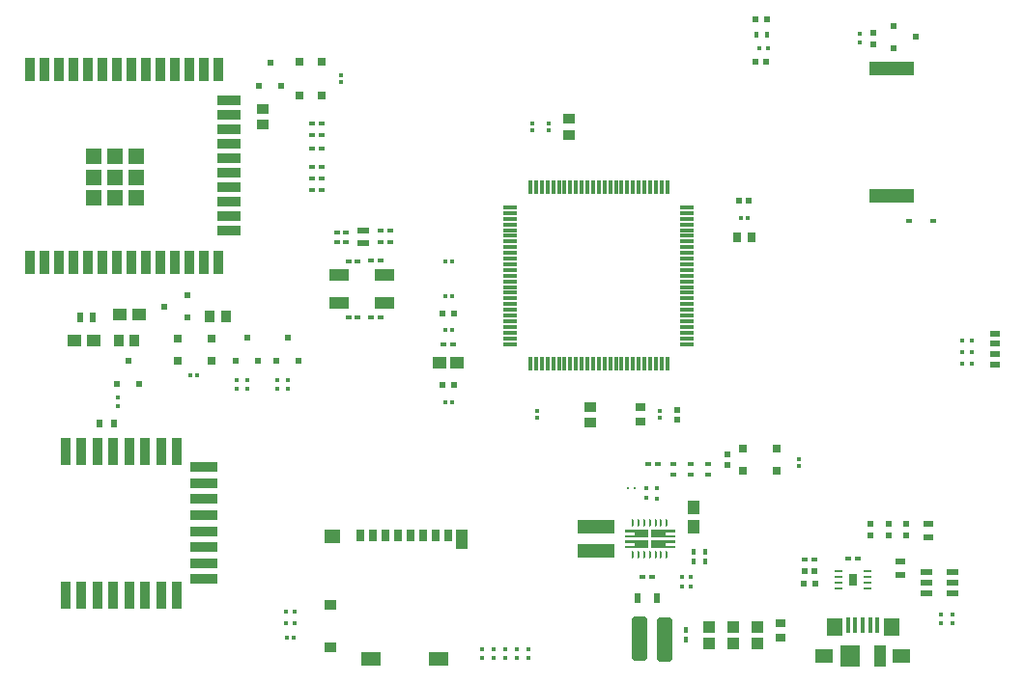
<source format=gtp>
G04*
G04 #@! TF.GenerationSoftware,Altium Limited,Altium Designer,21.1.1 (26)*
G04*
G04 Layer_Color=8421504*
%FSLAX44Y44*%
%MOMM*%
G71*
G04*
G04 #@! TF.SameCoordinates,9AE9D992-6700-435F-BEFF-D62808151BB7*
G04*
G04*
G04 #@! TF.FilePolarity,Positive*
G04*
G01*
G75*
%ADD13R,0.5000X0.6000*%
%ADD14R,0.6000X0.5000*%
%ADD15R,0.6000X0.5000*%
%ADD16R,0.5000X0.6000*%
%ADD17R,1.1000X0.5000*%
%ADD18R,3.3000X1.2000*%
%ADD19R,1.0000X0.9000*%
%ADD20R,0.6000X0.7500*%
%ADD21R,0.5500X0.5000*%
%ADD22R,0.5000X0.4500*%
%ADD23R,0.4500X0.4500*%
%ADD24R,0.6000X0.5500*%
%ADD25R,0.5500X0.5500*%
%ADD26R,0.4000X0.4500*%
%ADD27R,0.3500X0.4000*%
%ADD28R,0.3500X0.3500*%
%ADD29R,0.2500X0.2500*%
%ADD30R,0.7500X1.0000*%
%ADD31R,1.1000X0.9000*%
%ADD32R,0.6500X1.0000*%
%ADD33R,1.0700X1.7000*%
%ADD34R,1.4500X1.2500*%
%ADD35R,1.8000X1.2500*%
%ADD36R,0.5900X0.4500*%
%ADD37R,4.0000X1.2000*%
%ADD38R,0.8500X0.6000*%
%ADD39R,1.2000X0.3000*%
%ADD40R,0.3000X1.2000*%
%ADD41R,0.7000X0.6500*%
%ADD42R,1.0062X1.1051*%
%ADD43R,0.6153X0.5725*%
%ADD44R,0.4556X0.3612*%
%ADD45R,0.4500X0.6000*%
%ADD46R,0.9000X2.0000*%
%ADD47R,2.0000X0.9000*%
%ADD48R,1.3300X1.3300*%
G04:AMPARAMS|DCode=49|XSize=0.6mm|YSize=0.24mm|CornerRadius=0.12mm|HoleSize=0mm|Usage=FLASHONLY|Rotation=270.000|XOffset=0mm|YOffset=0mm|HoleType=Round|Shape=RoundedRectangle|*
%AMROUNDEDRECTD49*
21,1,0.6000,0.0000,0,0,270.0*
21,1,0.3600,0.2400,0,0,270.0*
1,1,0.2400,0.0000,-0.1800*
1,1,0.2400,0.0000,0.1800*
1,1,0.2400,0.0000,0.1800*
1,1,0.2400,0.0000,-0.1800*
%
%ADD49ROUNDEDRECTD49*%
%ADD50R,0.7581X0.8121*%
%ADD51R,0.6250X0.8250*%
%ADD52R,0.5000X0.5000*%
%ADD53R,1.3061X1.0582*%
%ADD54R,1.0000X0.5000*%
%ADD55R,0.4500X1.3800*%
%ADD56R,1.6500X1.3000*%
%ADD57R,1.0000X1.9000*%
%ADD58R,1.8000X1.9000*%
%ADD59R,1.4250X1.5500*%
%ADD60R,0.7636X0.2048*%
%ADD61R,0.6874X1.0938*%
%ADD62R,0.9000X2.3500*%
%ADD63R,2.3500X0.9000*%
%ADD64R,1.1500X1.0000*%
%ADD65R,0.5500X0.9500*%
%ADD66R,0.4800X0.4400*%
G04:AMPARAMS|DCode=67|XSize=1.424mm|YSize=3.9mm|CornerRadius=0.331mm|HoleSize=0mm|Usage=FLASHONLY|Rotation=0.000|XOffset=0mm|YOffset=0mm|HoleType=Round|Shape=RoundedRectangle|*
%AMROUNDEDRECTD67*
21,1,1.4240,3.2380,0,0,0.0*
21,1,0.7620,3.9000,0,0,0.0*
1,1,0.6620,0.3810,-1.6190*
1,1,0.6620,-0.3810,-1.6190*
1,1,0.6620,-0.3810,1.6190*
1,1,0.6620,0.3810,1.6190*
%
%ADD67ROUNDEDRECTD67*%
%ADD68R,1.7000X1.1000*%
%ADD69R,1.0000X1.1500*%
%ADD70R,0.6000X0.4500*%
%ADD71R,0.8250X0.6250*%
%ADD72R,0.8121X0.7581*%
%ADD73R,0.3612X0.4556*%
%ADD74R,0.5725X0.6153*%
%ADD75R,0.4500X0.5000*%
%ADD76R,0.5500X0.5500*%
%ADD77R,0.4000X0.3500*%
%ADD78R,0.3500X0.3500*%
%ADD79R,0.5500X0.6000*%
%ADD80R,0.9000X1.0000*%
%ADD81R,0.6500X0.7000*%
G36*
X699360Y192760D02*
Y194760D01*
X707860D01*
Y197360D01*
X699360D01*
Y199360D01*
X720360D01*
Y192760D01*
X699360D01*
D01*
D02*
G37*
G36*
Y201960D02*
Y203960D01*
X707860D01*
Y206560D01*
X699360D01*
Y208560D01*
X720360D01*
Y201960D01*
X699360D01*
D01*
D02*
G37*
G36*
X743360Y199360D02*
Y197360D01*
X734860D01*
Y194760D01*
X743360D01*
Y192760D01*
X722360D01*
Y199360D01*
X743360D01*
D01*
D02*
G37*
G36*
Y208560D02*
Y206560D01*
X734860D01*
Y203960D01*
X743360D01*
Y201960D01*
X722360D01*
Y208560D01*
X743360D01*
D01*
D02*
G37*
D13*
X254670Y336710D02*
D03*
X273669D02*
D03*
X264170Y356710D02*
D03*
X358752Y357030D02*
D03*
X377752D02*
D03*
X368252Y377030D02*
D03*
D14*
X934877Y650828D02*
D03*
Y631828D02*
D03*
X954877Y641328D02*
D03*
X316070Y414408D02*
D03*
X296070Y404908D02*
D03*
D15*
X316070Y395408D02*
D03*
D16*
X388626Y618330D02*
D03*
X398126Y598330D02*
D03*
X379127D02*
D03*
X394378Y357029D02*
D03*
X413378D02*
D03*
X403878Y377029D02*
D03*
D17*
X986860Y153060D02*
D03*
Y162560D02*
D03*
Y172060D02*
D03*
X963860D02*
D03*
Y162560D02*
D03*
Y153060D02*
D03*
D18*
X674370Y190160D02*
D03*
Y211160D02*
D03*
D19*
X669290Y316880D02*
D03*
Y302880D02*
D03*
X382270Y564500D02*
D03*
Y578500D02*
D03*
X650664Y569610D02*
D03*
Y555610D02*
D03*
D20*
X238860Y302260D02*
D03*
X251360D02*
D03*
D21*
X856810Y172878D02*
D03*
X865310D02*
D03*
D22*
X714570Y167640D02*
D03*
X723070D02*
D03*
X895355Y183899D02*
D03*
X903855D02*
D03*
X856810Y182880D02*
D03*
X865310D02*
D03*
X433510Y564992D02*
D03*
X425010D02*
D03*
X433510Y554990D02*
D03*
X425010D02*
D03*
X433510Y543560D02*
D03*
X425010D02*
D03*
X433510Y527050D02*
D03*
X425010D02*
D03*
X433510Y516890D02*
D03*
X425010D02*
D03*
X433510Y506730D02*
D03*
X425010D02*
D03*
X719650Y266700D02*
D03*
X728150D02*
D03*
X485403Y471170D02*
D03*
X493903D02*
D03*
X485403Y461010D02*
D03*
X493903D02*
D03*
X549080Y371787D02*
D03*
X540580D02*
D03*
X477080Y444745D02*
D03*
X485580D02*
D03*
X477080Y394970D02*
D03*
X485580D02*
D03*
D23*
X727710Y236307D02*
D03*
Y245308D02*
D03*
D24*
X814150Y619760D02*
D03*
X823650D02*
D03*
D25*
X916940Y635080D02*
D03*
Y645080D02*
D03*
X946095Y213635D02*
D03*
Y203635D02*
D03*
X930470Y213635D02*
D03*
Y203635D02*
D03*
X914845Y213635D02*
D03*
Y203635D02*
D03*
D26*
X986790Y127120D02*
D03*
Y134620D02*
D03*
X976630D02*
D03*
Y127120D02*
D03*
D27*
X255270Y317560D02*
D03*
Y325060D02*
D03*
X905510Y636330D02*
D03*
Y643830D02*
D03*
X368300Y340300D02*
D03*
Y332800D02*
D03*
X359297Y332860D02*
D03*
Y340360D02*
D03*
X403860Y340300D02*
D03*
Y332800D02*
D03*
X394857D02*
D03*
Y340300D02*
D03*
D28*
X614680Y96330D02*
D03*
Y104330D02*
D03*
X718207Y237300D02*
D03*
Y245300D02*
D03*
X574040Y96330D02*
D03*
Y104330D02*
D03*
X584200Y96330D02*
D03*
Y104330D02*
D03*
X594360Y96330D02*
D03*
Y104330D02*
D03*
X604520Y96330D02*
D03*
Y104330D02*
D03*
D29*
X701850Y245110D02*
D03*
X707850D02*
D03*
D30*
X500985Y203985D02*
D03*
X478985D02*
D03*
X467985D02*
D03*
X533985D02*
D03*
X489985D02*
D03*
X511985D02*
D03*
X522985D02*
D03*
D31*
X441635Y142485D02*
D03*
Y105485D02*
D03*
D32*
X544485Y203985D02*
D03*
D33*
X556585Y200485D02*
D03*
D34*
X443385Y202735D02*
D03*
D35*
X536335Y95735D02*
D03*
X476635D02*
D03*
D36*
X948300Y480060D02*
D03*
X969400D02*
D03*
D37*
X933450Y501530D02*
D03*
Y613530D02*
D03*
D38*
X1023620Y372110D02*
D03*
Y363110D02*
D03*
Y354110D02*
D03*
Y381110D02*
D03*
D39*
X754173Y466800D02*
D03*
Y471800D02*
D03*
X599173Y371800D02*
D03*
X754173Y391800D02*
D03*
Y396800D02*
D03*
X599173Y491800D02*
D03*
Y486800D02*
D03*
Y481800D02*
D03*
Y476800D02*
D03*
Y471800D02*
D03*
Y466800D02*
D03*
Y461800D02*
D03*
Y456800D02*
D03*
Y451800D02*
D03*
Y446800D02*
D03*
Y441800D02*
D03*
Y436800D02*
D03*
Y431800D02*
D03*
Y426800D02*
D03*
Y421800D02*
D03*
Y416800D02*
D03*
Y411800D02*
D03*
Y406800D02*
D03*
Y401800D02*
D03*
Y396800D02*
D03*
Y391800D02*
D03*
Y386800D02*
D03*
Y381800D02*
D03*
Y376800D02*
D03*
X754173Y371800D02*
D03*
Y376800D02*
D03*
Y381800D02*
D03*
Y386800D02*
D03*
Y401800D02*
D03*
Y406800D02*
D03*
Y411800D02*
D03*
Y416800D02*
D03*
Y421800D02*
D03*
Y426800D02*
D03*
Y431800D02*
D03*
Y436800D02*
D03*
X754173Y441800D02*
D03*
X754173Y446800D02*
D03*
Y451800D02*
D03*
Y456800D02*
D03*
X754173Y461800D02*
D03*
X754173Y476800D02*
D03*
Y481800D02*
D03*
Y486800D02*
D03*
Y491800D02*
D03*
D40*
X616673Y354300D02*
D03*
X646673Y509300D02*
D03*
X656673D02*
D03*
X651673D02*
D03*
X671673Y354300D02*
D03*
X621673D02*
D03*
X626673D02*
D03*
X631673D02*
D03*
X636673D02*
D03*
X641673D02*
D03*
X646673D02*
D03*
X651673D02*
D03*
X656673D02*
D03*
X661673D02*
D03*
X666673D02*
D03*
X676673D02*
D03*
X681673D02*
D03*
X686673D02*
D03*
X691673D02*
D03*
X696673D02*
D03*
X701673D02*
D03*
X706673D02*
D03*
X711673D02*
D03*
X716673D02*
D03*
X721673D02*
D03*
X726673D02*
D03*
X731673D02*
D03*
X736673D02*
D03*
Y509300D02*
D03*
X731673D02*
D03*
X726673D02*
D03*
X721673D02*
D03*
X716673D02*
D03*
X711673D02*
D03*
X706673D02*
D03*
X701673D02*
D03*
X696673D02*
D03*
X691673D02*
D03*
X686673D02*
D03*
X681673D02*
D03*
X676673D02*
D03*
X671673D02*
D03*
X666673D02*
D03*
X661673D02*
D03*
X641673D02*
D03*
X636673D02*
D03*
X631673D02*
D03*
X626673D02*
D03*
X621673D02*
D03*
X616673D02*
D03*
D41*
X433680Y589770D02*
D03*
X414680Y619270D02*
D03*
X433680D02*
D03*
X414680Y589770D02*
D03*
D42*
X773430Y123190D02*
D03*
Y109178D02*
D03*
X815242Y123190D02*
D03*
Y109178D02*
D03*
X794336Y123190D02*
D03*
Y109178D02*
D03*
D43*
X808195Y497840D02*
D03*
X799624D02*
D03*
D44*
X541802Y383846D02*
D03*
X547858D02*
D03*
X403372Y114300D02*
D03*
X409428D02*
D03*
X318282Y344170D02*
D03*
X324338D02*
D03*
X541802Y444500D02*
D03*
X547858D02*
D03*
X541802Y414020D02*
D03*
X547858D02*
D03*
X806938Y482600D02*
D03*
X800882D02*
D03*
X541802Y320585D02*
D03*
X547858D02*
D03*
D45*
X814400Y643193D02*
D03*
X823900D02*
D03*
D46*
X266630Y613160D02*
D03*
X241230D02*
D03*
X215830Y443160D02*
D03*
X228530D02*
D03*
X241230D02*
D03*
X253930D02*
D03*
X266630D02*
D03*
X279330D02*
D03*
X292030D02*
D03*
X304730D02*
D03*
X317430D02*
D03*
X330130D02*
D03*
X342830D02*
D03*
X330130Y613160D02*
D03*
X292030D02*
D03*
X253930D02*
D03*
X203130D02*
D03*
X190430D02*
D03*
X342830D02*
D03*
X203130Y443160D02*
D03*
X279330Y613160D02*
D03*
X177730Y443160D02*
D03*
Y613160D02*
D03*
X228530D02*
D03*
X215830D02*
D03*
X317430D02*
D03*
X304730D02*
D03*
X190430Y443160D02*
D03*
D47*
X352830Y483710D02*
D03*
Y521810D02*
D03*
Y534510D02*
D03*
Y547210D02*
D03*
Y559910D02*
D03*
Y572610D02*
D03*
Y585310D02*
D03*
Y471010D02*
D03*
Y496410D02*
D03*
Y509110D02*
D03*
D48*
X234380Y499810D02*
D03*
Y518160D02*
D03*
Y536510D02*
D03*
X252730Y499810D02*
D03*
Y518160D02*
D03*
Y536510D02*
D03*
X271080Y499810D02*
D03*
Y518160D02*
D03*
Y536510D02*
D03*
D49*
X726360Y214660D02*
D03*
X731360D02*
D03*
X736360D02*
D03*
X726360Y186660D02*
D03*
X711360Y214660D02*
D03*
X706360D02*
D03*
Y186660D02*
D03*
X711360D02*
D03*
X731360D02*
D03*
X736360D02*
D03*
X716360D02*
D03*
X721360D02*
D03*
Y214660D02*
D03*
X716360D02*
D03*
D50*
X810180Y465791D02*
D03*
X797640D02*
D03*
D51*
X221970Y394902D02*
D03*
X233470D02*
D03*
D52*
X539830Y398904D02*
D03*
X549830D02*
D03*
X539830Y335643D02*
D03*
X549830D02*
D03*
D53*
X537069Y355243D02*
D03*
X552591D02*
D03*
D54*
X469900Y471590D02*
D03*
Y460590D02*
D03*
D55*
X895050Y124700D02*
D03*
X908050D02*
D03*
X901550D02*
D03*
X914550D02*
D03*
X921050D02*
D03*
D56*
X941800Y98100D02*
D03*
X874300D02*
D03*
D57*
X923550D02*
D03*
D58*
X896550D02*
D03*
D59*
X932925Y123850D02*
D03*
X883175D02*
D03*
D60*
X912305Y157228D02*
D03*
X886905Y162309D02*
D03*
Y172468D02*
D03*
X912305Y162309D02*
D03*
X886905Y167388D02*
D03*
X912305Y172468D02*
D03*
Y167388D02*
D03*
X886905Y157228D02*
D03*
D61*
X899605Y164848D02*
D03*
D62*
X293170Y151680D02*
D03*
X279170D02*
D03*
X265170D02*
D03*
X209170Y277580D02*
D03*
X223170D02*
D03*
X251170D02*
D03*
X307170Y151680D02*
D03*
X223170D02*
D03*
X237170D02*
D03*
X293170Y277580D02*
D03*
X279170D02*
D03*
X237170D02*
D03*
X307170D02*
D03*
X265170D02*
D03*
X209170Y151680D02*
D03*
X251170D02*
D03*
D63*
X330120Y249630D02*
D03*
Y263630D02*
D03*
Y235630D02*
D03*
Y193630D02*
D03*
Y179630D02*
D03*
Y165630D02*
D03*
Y207630D02*
D03*
Y221630D02*
D03*
D64*
X256930Y397510D02*
D03*
X273930D02*
D03*
X216888Y374650D02*
D03*
X233888D02*
D03*
D65*
X710320Y148590D02*
D03*
X727320D02*
D03*
D66*
X464910Y394970D02*
D03*
X457110D02*
D03*
X446950Y469900D02*
D03*
X454750D02*
D03*
X446950Y460897D02*
D03*
X454750D02*
D03*
X457110Y444500D02*
D03*
X464910D02*
D03*
D67*
X734060Y112531D02*
D03*
X712470Y113030D02*
D03*
D68*
X448630Y432243D02*
D03*
X488630Y408242D02*
D03*
Y432243D02*
D03*
X448630Y408242D02*
D03*
D69*
X759460Y211210D02*
D03*
Y228210D02*
D03*
D70*
X741680Y266700D02*
D03*
Y257200D02*
D03*
X756920Y266700D02*
D03*
Y257200D02*
D03*
X772160Y266700D02*
D03*
Y257200D02*
D03*
D71*
X965200Y214030D02*
D03*
Y202530D02*
D03*
X941070Y169510D02*
D03*
Y181010D02*
D03*
D72*
X835618Y113884D02*
D03*
Y126424D02*
D03*
X713441Y316150D02*
D03*
Y303610D02*
D03*
D73*
X852170Y264942D02*
D03*
Y270998D02*
D03*
X450850Y607548D02*
D03*
Y601492D02*
D03*
X622300Y312908D02*
D03*
Y306852D02*
D03*
X730250Y312908D02*
D03*
Y306852D02*
D03*
X632605Y565638D02*
D03*
Y559582D02*
D03*
X618490Y565638D02*
D03*
Y559582D02*
D03*
D74*
X745490Y314165D02*
D03*
Y305595D02*
D03*
D75*
X769620Y189670D02*
D03*
Y181170D02*
D03*
X759618Y189670D02*
D03*
Y181170D02*
D03*
X753110Y121090D02*
D03*
Y112590D02*
D03*
D76*
X866060Y161875D02*
D03*
X856060D02*
D03*
X814150Y656695D02*
D03*
X824150D02*
D03*
D77*
X749420Y158637D02*
D03*
X756920D02*
D03*
X749420Y167640D02*
D03*
X756920D02*
D03*
X824650Y631190D02*
D03*
X817150D02*
D03*
X410150Y137160D02*
D03*
X402650D02*
D03*
Y127000D02*
D03*
X410150D02*
D03*
D78*
X995490Y354330D02*
D03*
X1003490D02*
D03*
X995490Y364490D02*
D03*
X1003490D02*
D03*
X995490Y374650D02*
D03*
X1003490D02*
D03*
D79*
X789569Y265760D02*
D03*
Y275260D02*
D03*
D80*
X269890Y374650D02*
D03*
X255890D02*
D03*
X335900Y396240D02*
D03*
X349900D02*
D03*
D81*
X832630Y261010D02*
D03*
X803130D02*
D03*
X832630Y280010D02*
D03*
X803130D02*
D03*
X337330Y376530D02*
D03*
X307830Y357530D02*
D03*
Y376530D02*
D03*
X337330Y357530D02*
D03*
M02*

</source>
